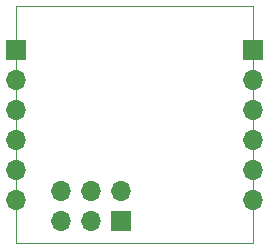
<source format=gbr>
G04 #@! TF.GenerationSoftware,KiCad,Pcbnew,(5.99.0-11522-g728b160719)*
G04 #@! TF.CreationDate,2021-08-06T10:01:32+10:00*
G04 #@! TF.ProjectId,OLED Deligate,4f4c4544-2044-4656-9c69-676174652e6b,rev?*
G04 #@! TF.SameCoordinates,Original*
G04 #@! TF.FileFunction,Soldermask,Bot*
G04 #@! TF.FilePolarity,Negative*
%FSLAX46Y46*%
G04 Gerber Fmt 4.6, Leading zero omitted, Abs format (unit mm)*
G04 Created by KiCad (PCBNEW (5.99.0-11522-g728b160719)) date 2021-08-06 10:01:32*
%MOMM*%
%LPD*%
G01*
G04 APERTURE LIST*
G04 #@! TA.AperFunction,Profile*
%ADD10C,0.100000*%
G04 #@! TD*
%ADD11R,1.700000X1.700000*%
%ADD12O,1.700000X1.700000*%
G04 APERTURE END LIST*
D10*
X143027000Y-94107000D02*
X122961000Y-94107000D01*
X122961000Y-94107000D02*
X122961000Y-74041000D01*
X122961000Y-74041000D02*
X143027000Y-74041000D01*
X143027000Y-74041000D02*
X143027000Y-94107000D01*
D11*
G04 #@! TO.C,J2*
X131826000Y-92202000D03*
D12*
X131826000Y-89662000D03*
X129286000Y-92202000D03*
X129286000Y-89662000D03*
X126746000Y-92202000D03*
X126746000Y-89662000D03*
G04 #@! TD*
D11*
G04 #@! TO.C,J3*
X143027000Y-77749000D03*
D12*
X143027000Y-80289000D03*
X143027000Y-82829000D03*
X143027000Y-85369000D03*
X143027000Y-87909000D03*
X143027000Y-90449000D03*
G04 #@! TD*
D11*
G04 #@! TO.C,J1*
X122961000Y-77749000D03*
D12*
X122961000Y-80289000D03*
X122961000Y-82829000D03*
X122961000Y-85369000D03*
X122961000Y-87909000D03*
X122961000Y-90449000D03*
G04 #@! TD*
M02*

</source>
